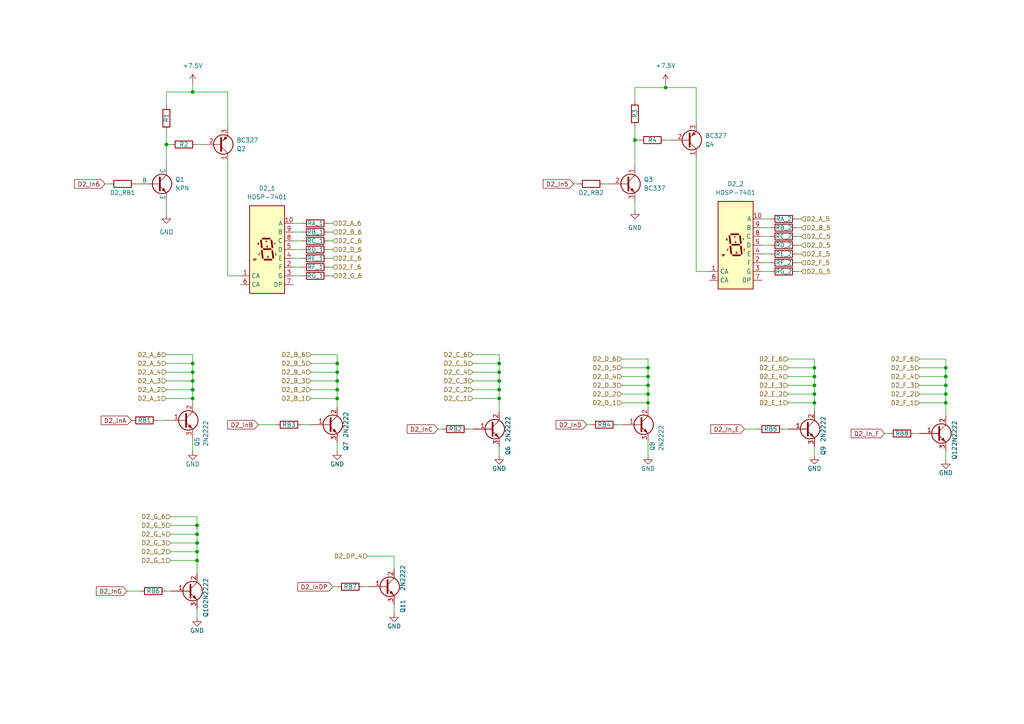
<source format=kicad_sch>
(kicad_sch (version 20230121) (generator eeschema)
  (paper "A4")
  (lib_symbols
    (symbol "Device:Q_NPN_BCE" (pin_names (offset 0) hide)
      (property "Reference" "Q" (at 5.08 1.27 0))
      (property "Value" "Q_NPN_BCE" (at 5.08 -1.27 0))
      (symbol "Q_NPN_BCE_0_1"
        (polyline (pts (xy 0.635 0.635) (xy 2.54 2.54)))
        (polyline (pts (xy 0.635 -0.635) (xy 2.54 -2.54) (xy 2.54 -2.54)))
        (polyline (pts (xy 0.635 1.905) (xy 0.635 -1.905) (xy 0.635 -1.905)) (stroke (width 0.508)))
        (polyline (pts (xy 1.27 -1.778) (xy 1.778 -1.27) (xy 2.286 -2.286) (xy 1.27 -1.778) (xy 1.27 -1.778)) (fill (type outline)))
        (circle (center 1.27 0) (radius 2.8194) (stroke (width 0.254)))
      )
      (symbol "Q_NPN_BCE_1_1"
        (pin input line (at -5.08 0 0) (length 5.715) (name "B") (number "1"))
        (pin passive line (at 2.54 5.08 270) (length 2.54) (name "C") (number "2"))
        (pin passive line (at 2.54 -5.08 90) (length 2.54) (name "E") (number "3"))
      )
    )
    (symbol "Device:R" (pin_numbers hide) (pin_names (offset 0))
      (property "Reference" "R" (at 2.032 0 90))
      (property "Value" "R" (at 0 0 90))
      (symbol "R_0_1"
        (rectangle (start -1.016 -2.54) (end 1.016 2.54) (stroke (width 0.254)))
      )
      (symbol "R_1_1"
        (pin passive line (at 0 3.81 270) (length 1.27) (name "~") (number "1"))
        (pin passive line (at 0 -3.81 90) (length 1.27) (name "~") (number "2"))
      )
    )
    (symbol "Display_Character:HDSP-7401"
      (property "Reference" "U" (at -3.81 13.97 0))
      (property "Value" "HDSP-7401" (at 6.35 13.97 0))
      (symbol "HDSP-7401_1_0"
        (text "A" (at 0.254 2.413 0) (effects (font (size 0.508 0.508))))
        (text "B" (at 2.54 1.651 0) (effects (font (size 0.508 0.508))))
        (text "C" (at 2.286 -1.397 0) (effects (font (size 0.508 0.508))))
        (text "D" (at -0.254 -2.159 0) (effects (font (size 0.508 0.508))))
        (text "DP" (at 3.556 -2.921 0) (effects (font (size 0.508 0.508))))
        (text "E" (at -2.54 -1.397 0) (effects (font (size 0.508 0.508))))
        (text "F" (at -2.286 1.651 0) (effects (font (size 0.508 0.508))))
        (text "G" (at 0 0.889 0) (effects (font (size 0.508 0.508))))
      )
      (symbol "HDSP-7401_1_1"
        (rectangle (start -5.08 12.7) (end 5.08 -12.7) (stroke (width 0.254)) (fill (type background)))
        (polyline (pts (xy -1.524 -0.381) (xy -1.778 -2.413)) (stroke (width 0.508)))
        (polyline (pts (xy -1.27 -2.921) (xy 0.762 -2.921)) (stroke (width 0.508)))
        (polyline (pts (xy -1.27 2.667) (xy -1.524 0.635)) (stroke (width 0.508)))
        (polyline (pts (xy -1.016 0.127) (xy 1.016 0.127)) (stroke (width 0.508)))
        (polyline (pts (xy -0.762 3.175) (xy 1.27 3.175)) (stroke (width 0.508)))
        (polyline (pts (xy 1.524 -0.381) (xy 1.27 -2.413)) (stroke (width 0.508)))
        (polyline (pts (xy 1.778 2.667) (xy 1.524 0.635)) (stroke (width 0.508)))
        (polyline (pts (xy 2.54 -2.921) (xy 2.54 -2.921)) (stroke (width 0.508)))
        (pin input line (at 7.62 -7.62 180) (length 2.54) (name "CA") (number "1"))
        (pin input line (at -7.62 7.62 0) (length 2.54) (name "A") (number "10"))
        (pin input line (at -7.62 -5.08 0) (length 2.54) (name "F") (number "2"))
        (pin input line (at -7.62 -7.62 0) (length 2.54) (name "G") (number "3"))
        (pin input line (at -7.62 -2.54 0) (length 2.54) (name "E") (number "4"))
        (pin input line (at -7.62 0 0) (length 2.54) (name "D") (number "5"))
        (pin input line (at 7.62 -10.16 180) (length 2.54) (name "CA") (number "6"))
        (pin input line (at -7.62 -10.16 0) (length 2.54) (name "DP") (number "7"))
        (pin input line (at -7.62 2.54 0) (length 2.54) (name "C") (number "8"))
        (pin input line (at -7.62 5.08 0) (length 2.54) (name "B") (number "9"))
      )
    )
    (symbol "GND_1" (power) (pin_names (offset 0))
      (property "Value" "GND_1" (at 0 -3.81 0))
      (symbol "GND_1_0_1"
        (polyline (pts (xy 0 0) (xy 0 -1.27) (xy 1.27 -1.27) (xy 0 -2.54) (xy -1.27 -1.27) (xy 0 -1.27)))
      )
      (symbol "GND_1_1_1"
        (pin power_in line (at 0 0 270) (length 0) hide (name "GND") (number "1"))
      )
    )
    (symbol "GND_2" (power) (pin_names (offset 0))
      (property "Value" "GND_2" (at 0 -3.81 0))
      (symbol "GND_2_0_1"
        (polyline (pts (xy 0 0) (xy 0 -1.27) (xy 1.27 -1.27) (xy 0 -2.54) (xy -1.27 -1.27) (xy 0 -1.27)))
      )
      (symbol "GND_2_1_1"
        (pin power_in line (at 0 0 270) (length 0) hide (name "GND") (number "1"))
      )
    )
    (symbol "Simulation_SPICE:NPN" (pin_numbers hide) (pin_names (offset 0))
      (property "Reference" "Q" (at -2.54 7.62 0))
      (property "Value" "NPN" (at -2.54 5.08 0))
      (symbol "NPN_0_1"
        (polyline (pts (xy -2.54 0) (xy 0.635 0)) (stroke (width 0.1524)))
        (polyline (pts (xy 0.635 0.635) (xy 2.54 2.54)))
        (polyline (pts (xy 2.794 -1.27) (xy 2.794 -1.27)) (stroke (width 0.1524)))
        (polyline (pts (xy 2.794 -1.27) (xy 2.794 -1.27)) (stroke (width 0.1524)))
        (polyline (pts (xy 0.635 -0.635) (xy 2.54 -2.54) (xy 2.54 -2.54)))
        (polyline (pts (xy 0.635 1.905) (xy 0.635 -1.905) (xy 0.635 -1.905)) (stroke (width 0.508)))
        (polyline (pts (xy 1.27 -1.778) (xy 1.778 -1.27) (xy 2.286 -2.286) (xy 1.27 -1.778) (xy 1.27 -1.778)) (fill (type outline)))
        (circle (center 1.27 0) (radius 2.8194) (stroke (width 0.254)))
      )
      (symbol "NPN_1_1"
        (pin open_collector line (at 2.54 5.08 270) (length 2.54) (name "C") (number "1"))
        (pin input line (at -5.08 0 0) (length 2.54) (name "B") (number "2"))
        (pin open_emitter line (at 2.54 -5.08 90) (length 2.54) (name "E") (number "3"))
      )
    )
    (symbol "Transistor_BJT:BC327" (pin_names (offset 0) hide)
      (property "Reference" "Q" (at 5.08 1.905 0))
      (property "Value" "BC327" (at 5.08 0 0))
      (symbol "BC327_0_1"
        (polyline (pts (xy 0.635 0.635) (xy 2.54 2.54)))
        (polyline (pts (xy 0.635 -0.635) (xy 2.54 -2.54) (xy 2.54 -2.54)))
        (polyline (pts (xy 0.635 1.905) (xy 0.635 -1.905) (xy 0.635 -1.905)) (stroke (width 0.508)))
        (polyline (pts (xy 2.286 -1.778) (xy 1.778 -2.286) (xy 1.27 -1.27) (xy 2.286 -1.778) (xy 2.286 -1.778)) (fill (type outline)))
        (circle (center 1.27 0) (radius 2.8194) (stroke (width 0.254)))
      )
      (symbol "BC327_1_1"
        (pin passive line (at 2.54 5.08 270) (length 2.54) (name "C") (number "1"))
        (pin input line (at -5.08 0 0) (length 5.715) (name "B") (number "2"))
        (pin passive line (at 2.54 -5.08 90) (length 2.54) (name "E") (number "3"))
      )
    )
    (symbol "Transistor_BJT:BC337" (pin_names (offset 0) hide)
      (property "Reference" "Q" (at 5.08 1.905 0))
      (property "Value" "BC337" (at 5.08 0 0))
      (symbol "BC337_0_1"
        (polyline (pts (xy 0 0) (xy 0.635 0)))
        (polyline (pts (xy 0.635 0.635) (xy 2.54 2.54)))
        (polyline (pts (xy 0.635 -0.635) (xy 2.54 -2.54) (xy 2.54 -2.54)))
        (polyline (pts (xy 0.635 1.905) (xy 0.635 -1.905) (xy 0.635 -1.905)) (stroke (width 0.508)))
        (polyline (pts (xy 1.27 -1.778) (xy 1.778 -1.27) (xy 2.286 -2.286) (xy 1.27 -1.778) (xy 1.27 -1.778)) (fill (type outline)))
        (circle (center 1.27 0) (radius 2.8194) (stroke (width 0.254)))
      )
      (symbol "BC337_1_1"
        (pin passive line (at 2.54 5.08 270) (length 2.54) (name "C") (number "1"))
        (pin input line (at -5.08 0 0) (length 5.08) (name "B") (number "2"))
        (pin passive line (at 2.54 -5.08 90) (length 2.54) (name "E") (number "3"))
      )
    )
    (symbol "power:+7.5V" (power) (pin_names (offset 0))
      (property "Value" "+7.5V" (at 0 3.556 0))
      (symbol "+7.5V_0_1"
        (polyline (pts (xy -0.762 1.27) (xy 0 2.54)))
        (polyline (pts (xy 0 0) (xy 0 2.54)))
        (polyline (pts (xy 0 2.54) (xy 0.762 1.27)))
      )
      (symbol "+7.5V_1_1"
        (pin power_in line (at 0 0 90) (length 0) hide (name "+7.5V") (number "1"))
      )
    )
    (symbol "power:GND" (power) (pin_names (offset 0))
      (property "Value" "GND" (at 0 -3.81 0))
      (symbol "GND_0_1"
        (polyline (pts (xy 0 0) (xy 0 -1.27) (xy 1.27 -1.27) (xy 0 -2.54) (xy -1.27 -1.27) (xy 0 -1.27)))
      )
      (symbol "GND_1_1"
        (pin power_in line (at 0 0 270) (length 0) hide (name "GND") (number "1"))
      )
    )
  )
  (junction (at 193.04 25.4))
  (junction (at 57.15 152.4))
  (junction (at 144.78 115.57))
  (junction (at 274.32 106.68))
  (junction (at 274.32 109.22))
  (junction (at 236.22 109.22))
  (junction (at 236.22 116.84))
  (junction (at 144.78 110.49))
  (junction (at 55.88 113.03))
  (junction (at 274.32 114.3))
  (junction (at 187.96 109.22))
  (junction (at 57.15 162.56))
  (junction (at 97.79 107.95))
  (junction (at 97.79 113.03))
  (junction (at 97.79 110.49))
  (junction (at 57.15 157.48))
  (junction (at 236.22 114.3))
  (junction (at 55.88 107.95))
  (junction (at 236.22 106.68))
  (junction (at 57.15 154.94))
  (junction (at 144.78 113.03))
  (junction (at 144.78 105.41))
  (junction (at 187.96 106.68))
  (junction (at 97.79 115.57))
  (junction (at 187.96 116.84))
  (junction (at 48.26 41.91))
  (junction (at 55.88 105.41))
  (junction (at 274.32 116.84))
  (junction (at 187.96 114.3))
  (junction (at 97.79 105.41))
  (junction (at 184.15 40.64))
  (junction (at 187.96 111.76))
  (junction (at 274.32 111.76))
  (junction (at 55.88 26.67))
  (junction (at 55.88 110.49))
  (junction (at 55.88 115.57))
  (junction (at 57.15 160.02))
  (junction (at 144.78 107.95))
  (junction (at 236.22 111.76))
  (wire (pts (xy 144.78 105.41) (xy 144.78 107.95)))
  (wire (pts (xy 144.78 110.49) (xy 144.78 113.03)))
  (wire (pts (xy 184.15 58.42) (xy 184.15 60.96)))
  (wire (pts (xy 48.26 171.45) (xy 49.53 171.45)))
  (wire (pts (xy 266.7 116.84) (xy 274.32 116.84)))
  (wire (pts (xy 97.79 115.57) (xy 97.79 118.11)))
  (wire (pts (xy 95.25 64.77) (xy 96.52 64.77)))
  (wire (pts (xy 201.93 45.72) (xy 201.93 78.74)))
  (wire (pts (xy 228.6 109.22) (xy 236.22 109.22)))
  (wire (pts (xy 184.15 29.21) (xy 184.15 25.4)))
  (wire (pts (xy 85.09 74.93) (xy 87.63 74.93)))
  (wire (pts (xy 57.15 41.91) (xy 58.42 41.91)))
  (wire (pts (xy 97.79 113.03) (xy 97.79 115.57)))
  (wire (pts (xy 187.96 109.22) (xy 187.96 111.76)))
  (wire (pts (xy 95.25 80.01) (xy 96.52 80.01)))
  (wire (pts (xy 85.09 64.77) (xy 87.63 64.77)))
  (wire (pts (xy 175.26 53.34) (xy 176.53 53.34)))
  (wire (pts (xy 187.96 111.76) (xy 187.96 114.3)))
  (wire (pts (xy 236.22 111.76) (xy 236.22 114.3)))
  (wire (pts (xy 180.34 116.84) (xy 187.96 116.84)))
  (wire (pts (xy 144.78 115.57) (xy 144.78 119.38)))
  (wire (pts (xy 55.88 26.67) (xy 55.88 24.13)))
  (wire (pts (xy 90.17 107.95) (xy 97.79 107.95)))
  (wire (pts (xy 48.26 30.48) (xy 48.26 26.67)))
  (wire (pts (xy 228.6 111.76) (xy 236.22 111.76)))
  (wire (pts (xy 187.96 114.3) (xy 187.96 116.84)))
  (wire (pts (xy 228.6 116.84) (xy 236.22 116.84)))
  (wire (pts (xy 274.32 106.68) (xy 274.32 109.22)))
  (wire (pts (xy 170.18 123.19) (xy 171.45 123.19)))
  (wire (pts (xy 144.78 113.03) (xy 144.78 115.57)))
  (wire (pts (xy 236.22 116.84) (xy 236.22 119.38)))
  (wire (pts (xy 236.22 129.54) (xy 236.22 132.08)))
  (wire (pts (xy 180.34 109.22) (xy 187.96 109.22)))
  (wire (pts (xy 48.26 115.57) (xy 55.88 115.57)))
  (wire (pts (xy 66.04 80.01) (xy 69.85 80.01)))
  (wire (pts (xy 231.14 63.5) (xy 232.41 63.5)))
  (wire (pts (xy 127 124.46) (xy 128.27 124.46)))
  (wire (pts (xy 266.7 111.76) (xy 274.32 111.76)))
  (wire (pts (xy 114.3 161.29) (xy 106.68 161.29)))
  (wire (pts (xy 90.17 113.03) (xy 97.79 113.03)))
  (wire (pts (xy 55.88 105.41) (xy 55.88 107.95)))
  (wire (pts (xy 231.14 68.58) (xy 232.41 68.58)))
  (wire (pts (xy 97.79 107.95) (xy 97.79 110.49)))
  (wire (pts (xy 137.16 115.57) (xy 144.78 115.57)))
  (wire (pts (xy 48.26 113.03) (xy 55.88 113.03)))
  (wire (pts (xy 137.16 107.95) (xy 144.78 107.95)))
  (wire (pts (xy 57.15 152.4) (xy 57.15 149.86)))
  (wire (pts (xy 97.79 128.27) (xy 97.79 130.81)))
  (wire (pts (xy 31.75 53.34) (xy 30.48 53.34)))
  (wire (pts (xy 49.53 157.48) (xy 57.15 157.48)))
  (wire (pts (xy 114.3 175.26) (xy 114.3 177.8)))
  (wire (pts (xy 266.7 109.22) (xy 274.32 109.22)))
  (wire (pts (xy 220.98 68.58) (xy 223.52 68.58)))
  (wire (pts (xy 179.07 123.19) (xy 180.34 123.19)))
  (wire (pts (xy 137.16 113.03) (xy 144.78 113.03)))
  (wire (pts (xy 231.14 78.74) (xy 232.41 78.74)))
  (wire (pts (xy 55.88 110.49) (xy 55.88 113.03)))
  (wire (pts (xy 48.26 58.42) (xy 48.26 62.23)))
  (wire (pts (xy 274.32 104.14) (xy 266.7 104.14)))
  (wire (pts (xy 231.14 76.2) (xy 232.41 76.2)))
  (wire (pts (xy 49.53 41.91) (xy 48.26 41.91)))
  (wire (pts (xy 231.14 73.66) (xy 232.41 73.66)))
  (wire (pts (xy 184.15 25.4) (xy 193.04 25.4)))
  (wire (pts (xy 48.26 41.91) (xy 48.26 48.26)))
  (wire (pts (xy 215.9 124.46) (xy 219.71 124.46)))
  (wire (pts (xy 187.96 128.27) (xy 187.96 132.08)))
  (wire (pts (xy 49.53 152.4) (xy 57.15 152.4)))
  (wire (pts (xy 228.6 106.68) (xy 236.22 106.68)))
  (wire (pts (xy 274.32 109.22) (xy 274.32 111.76)))
  (wire (pts (xy 256.54 125.73) (xy 257.81 125.73)))
  (wire (pts (xy 193.04 40.64) (xy 194.31 40.64)))
  (wire (pts (xy 36.83 171.45) (xy 40.64 171.45)))
  (wire (pts (xy 187.96 106.68) (xy 187.96 104.14)))
  (wire (pts (xy 48.26 105.41) (xy 55.88 105.41)))
  (wire (pts (xy 236.22 114.3) (xy 236.22 116.84)))
  (wire (pts (xy 220.98 76.2) (xy 223.52 76.2)))
  (wire (pts (xy 55.88 115.57) (xy 55.88 116.84)))
  (wire (pts (xy 57.15 154.94) (xy 57.15 157.48)))
  (wire (pts (xy 274.32 114.3) (xy 274.32 116.84)))
  (wire (pts (xy 95.25 72.39) (xy 96.52 72.39)))
  (wire (pts (xy 105.41 170.18) (xy 106.68 170.18)))
  (wire (pts (xy 180.34 106.68) (xy 187.96 106.68)))
  (wire (pts (xy 97.79 110.49) (xy 97.79 113.03)))
  (wire (pts (xy 144.78 105.41) (xy 144.78 102.87)))
  (wire (pts (xy 231.14 71.12) (xy 232.41 71.12)))
  (wire (pts (xy 40.64 53.34) (xy 39.37 53.34)))
  (wire (pts (xy 57.15 162.56) (xy 57.15 166.37)))
  (wire (pts (xy 45.72 121.92) (xy 48.26 121.92)))
  (wire (pts (xy 220.98 63.5) (xy 223.52 63.5)))
  (wire (pts (xy 236.22 104.14) (xy 228.6 104.14)))
  (wire (pts (xy 97.79 102.87) (xy 90.17 102.87)))
  (wire (pts (xy 90.17 105.41) (xy 97.79 105.41)))
  (wire (pts (xy 96.52 170.18) (xy 97.79 170.18)))
  (wire (pts (xy 55.88 102.87) (xy 48.26 102.87)))
  (wire (pts (xy 57.15 160.02) (xy 57.15 162.56)))
  (wire (pts (xy 231.14 66.04) (xy 232.41 66.04)))
  (wire (pts (xy 236.22 109.22) (xy 236.22 111.76)))
  (wire (pts (xy 228.6 114.3) (xy 236.22 114.3)))
  (wire (pts (xy 95.25 74.93) (xy 96.52 74.93)))
  (wire (pts (xy 66.04 36.83) (xy 66.04 26.67)))
  (wire (pts (xy 90.17 110.49) (xy 97.79 110.49)))
  (wire (pts (xy 266.7 114.3) (xy 274.32 114.3)))
  (wire (pts (xy 66.04 46.99) (xy 66.04 80.01)))
  (wire (pts (xy 187.96 106.68) (xy 187.96 109.22)))
  (wire (pts (xy 274.32 111.76) (xy 274.32 114.3)))
  (wire (pts (xy 274.32 106.68) (xy 274.32 104.14)))
  (wire (pts (xy 49.53 154.94) (xy 57.15 154.94)))
  (wire (pts (xy 144.78 102.87) (xy 137.16 102.87)))
  (wire (pts (xy 85.09 69.85) (xy 87.63 69.85)))
  (wire (pts (xy 95.25 67.31) (xy 96.52 67.31)))
  (wire (pts (xy 187.96 118.11) (xy 187.96 116.84)))
  (wire (pts (xy 236.22 106.68) (xy 236.22 104.14)))
  (wire (pts (xy 135.89 124.46) (xy 137.16 124.46)))
  (wire (pts (xy 184.15 40.64) (xy 184.15 36.83)))
  (wire (pts (xy 90.17 115.57) (xy 97.79 115.57)))
  (wire (pts (xy 95.25 69.85) (xy 96.52 69.85)))
  (wire (pts (xy 220.98 78.74) (xy 223.52 78.74)))
  (wire (pts (xy 85.09 80.01) (xy 87.63 80.01)))
  (wire (pts (xy 57.15 149.86) (xy 49.53 149.86)))
  (wire (pts (xy 48.26 41.91) (xy 48.26 38.1)))
  (wire (pts (xy 85.09 67.31) (xy 87.63 67.31)))
  (wire (pts (xy 49.53 162.56) (xy 57.15 162.56)))
  (wire (pts (xy 55.88 107.95) (xy 55.88 110.49)))
  (wire (pts (xy 166.37 53.34) (xy 167.64 53.34)))
  (wire (pts (xy 114.3 161.29) (xy 114.3 165.1)))
  (wire (pts (xy 201.93 78.74) (xy 205.74 78.74)))
  (wire (pts (xy 55.88 113.03) (xy 55.88 115.57)))
  (wire (pts (xy 236.22 106.68) (xy 236.22 109.22)))
  (wire (pts (xy 137.16 105.41) (xy 144.78 105.41)))
  (wire (pts (xy 97.79 105.41) (xy 97.79 107.95)))
  (wire (pts (xy 57.15 152.4) (xy 57.15 154.94)))
  (wire (pts (xy 180.34 111.76) (xy 187.96 111.76)))
  (wire (pts (xy 48.26 26.67) (xy 55.88 26.67)))
  (wire (pts (xy 85.09 77.47) (xy 87.63 77.47)))
  (wire (pts (xy 274.32 130.81) (xy 274.32 133.35)))
  (wire (pts (xy 187.96 104.14) (xy 180.34 104.14)))
  (wire (pts (xy 57.15 157.48) (xy 57.15 160.02)))
  (wire (pts (xy 85.09 72.39) (xy 87.63 72.39)))
  (wire (pts (xy 49.53 160.02) (xy 57.15 160.02)))
  (wire (pts (xy 57.15 176.53) (xy 57.15 179.07)))
  (wire (pts (xy 193.04 25.4) (xy 201.93 25.4)))
  (wire (pts (xy 220.98 71.12) (xy 223.52 71.12)))
  (wire (pts (xy 144.78 129.54) (xy 144.78 132.08)))
  (wire (pts (xy 144.78 107.95) (xy 144.78 110.49)))
  (wire (pts (xy 87.63 123.19) (xy 90.17 123.19)))
  (wire (pts (xy 48.26 110.49) (xy 55.88 110.49)))
  (wire (pts (xy 97.79 105.41) (xy 97.79 102.87)))
  (wire (pts (xy 184.15 40.64) (xy 184.15 48.26)))
  (wire (pts (xy 55.88 127) (xy 55.88 130.81)))
  (wire (pts (xy 185.42 40.64) (xy 184.15 40.64)))
  (wire (pts (xy 227.33 124.46) (xy 228.6 124.46)))
  (wire (pts (xy 266.7 106.68) (xy 274.32 106.68)))
  (wire (pts (xy 220.98 66.04) (xy 223.52 66.04)))
  (wire (pts (xy 48.26 107.95) (xy 55.88 107.95)))
  (wire (pts (xy 274.32 116.84) (xy 274.32 120.65)))
  (wire (pts (xy 55.88 105.41) (xy 55.88 102.87)))
  (wire (pts (xy 137.16 110.49) (xy 144.78 110.49)))
  (wire (pts (xy 55.88 26.67) (xy 66.04 26.67)))
  (wire (pts (xy 95.25 77.47) (xy 96.52 77.47)))
  (wire (pts (xy 220.98 73.66) (xy 223.52 73.66)))
  (wire (pts (xy 265.43 125.73) (xy 266.7 125.73)))
  (wire (pts (xy 201.93 25.4) (xy 201.93 35.56)))
  (wire (pts (xy 74.93 123.19) (xy 80.01 123.19)))
  (wire (pts (xy 180.34 114.3) (xy 187.96 114.3)))
  (wire (pts (xy 193.04 25.4) (xy 193.04 24.13)))
  (global_label "D2_InG" (shape input) (at 36.83 171.45 180) (property "Intersheetrefs" "${INTERSHEET_REFS}" (effects hide)))
  (global_label "D2_In_F" (shape input) (at 256.54 125.73 180) (property "Intersheetrefs" "${INTERSHEET_REFS}" (effects hide)))
  (global_label "D2_In6" (shape input) (at 30.48 53.34 180) (property "Intersheetrefs" "${INTERSHEET_REFS}" (effects hide)))
  (global_label "D2_InDP" (shape input) (at 96.52 170.18 180) (property "Intersheetrefs" "${INTERSHEET_REFS}" (effects hide)))
  (global_label "D2_InB" (shape input) (at 74.93 123.19 180) (property "Intersheetrefs" "${INTERSHEET_REFS}" (effects hide)))
  (global_label "D2_In_E" (shape input) (at 215.9 124.46 180) (property "Intersheetrefs" "${INTERSHEET_REFS}" (effects hide)))
  (global_label "D2_lnA" (shape input) (at 38.1 121.92 180) (property "Intersheetrefs" "${INTERSHEET_REFS}" (effects hide)))
  (global_label "D2_InC" (shape input) (at 127 124.46 180) (property "Intersheetrefs" "${INTERSHEET_REFS}" (effects hide)))
  (global_label "D2_InD" (shape input) (at 170.18 123.19 180) (property "Intersheetrefs" "${INTERSHEET_REFS}" (effects hide)))
  (global_label "D2_In5" (shape input) (at 166.37 53.34 180) (property "Intersheetrefs" "${INTERSHEET_REFS}" (effects hide)))
  (hierarchical_label "D2_B_6" (shape input) (at 90.17 102.87 180))
  (hierarchical_label "D2_G_1" (shape input) (at 49.53 162.56 180))
  (hierarchical_label "D2_F_4" (shape input) (at 266.7 109.22 180))
  (hierarchical_label "D2_A_5" (shape input) (at 232.41 63.5 0))
  (hierarchical_label "D2_E_6" (shape input) (at 228.6 104.14 180))
  (hierarchical_label "D2_B_2" (shape input) (at 90.17 113.03 180))
  (hierarchical_label "D2_B_1" (shape input) (at 90.17 115.57 180))
  (hierarchical_label "D2_D_3" (shape input) (at 180.34 111.76 180))
  (hierarchical_label "D2_D_6" (shape input) (at 96.52 72.39 0))
  (hierarchical_label "D2_DP_4" (shape input) (at 106.68 161.29 180))
  (hierarchical_label "D2_C_6" (shape input) (at 137.16 102.87 180))
  (hierarchical_label "D2_C_5" (shape input) (at 137.16 105.41 180))
  (hierarchical_label "D2_G_2" (shape input) (at 49.53 160.02 180))
  (hierarchical_label "D2_B_6" (shape input) (at 96.52 67.31 0))
  (hierarchical_label "D2_F_6" (shape input) (at 266.7 104.14 180))
  (hierarchical_label "D2_E_5" (shape input) (at 232.41 73.66 0))
  (hierarchical_label "D2_G_6" (shape input) (at 49.53 149.86 180))
  (hierarchical_label "D2_G_3" (shape input) (at 49.53 157.48 180))
  (hierarchical_label "D2_D_5" (shape input) (at 232.41 71.12 0))
  (hierarchical_label "D2_B_4" (shape input) (at 90.17 107.95 180))
  (hierarchical_label "D2_D_1" (shape input) (at 180.34 116.84 180))
  (hierarchical_label "D2_E_2" (shape input) (at 228.6 114.3 180))
  (hierarchical_label "D2_C_5" (shape input) (at 232.41 68.58 0))
  (hierarchical_label "D2_E_6" (shape input) (at 96.52 74.93 0))
  (hierarchical_label "D2_A_2" (shape input) (at 48.26 113.03 180))
  (hierarchical_label "D2_A_1" (shape input) (at 48.26 115.57 180))
  (hierarchical_label "D2_E_5" (shape input) (at 228.6 106.68 180))
  (hierarchical_label "D2_B_5" (shape input) (at 90.17 105.41 180))
  (hierarchical_label "D2_F_6" (shape input) (at 96.52 77.47 0))
  (hierarchical_label "D2_C_2" (shape input) (at 137.16 113.03 180))
  (hierarchical_label "D2_G_5" (shape input) (at 49.53 152.4 180))
  (hierarchical_label "D2_B_3" (shape input) (at 90.17 110.49 180))
  (hierarchical_label "D2_D_5" (shape input) (at 180.34 106.68 180))
  (hierarchical_label "D2_D_4" (shape input) (at 180.34 109.22 180))
  (hierarchical_label "D2_G_6" (shape input) (at 96.52 80.01 0))
  (hierarchical_label "D2_E_1" (shape input) (at 228.6 116.84 180))
  (hierarchical_label "D2_D_6" (shape input) (at 180.34 104.14 180))
  (hierarchical_label "D2_F_1" (shape input) (at 266.7 116.84 180))
  (hierarchical_label "D2_A_5" (shape input) (at 48.26 105.41 180))
  (hierarchical_label "D2_A_4" (shape input) (at 48.26 107.95 180))
  (hierarchical_label "D2_A_6" (shape input) (at 48.26 102.87 180))
  (hierarchical_label "D2_F_3" (shape input) (at 266.7 111.76 180))
  (hierarchical_label "D2_E_4" (shape input) (at 228.6 109.22 180))
  (hierarchical_label "D2_C_6" (shape input) (at 96.52 69.85 0))
  (hierarchical_label "D2_A_6" (shape input) (at 96.52 64.77 0))
  (hierarchical_label "D2_F_2" (shape input) (at 266.7 114.3 180))
  (hierarchical_label "D2_D_2" (shape input) (at 180.34 114.3 180))
  (hierarchical_label "D2_C_4" (shape input) (at 137.16 107.95 180))
  (hierarchical_label "D2_C_3" (shape input) (at 137.16 110.49 180))
  (hierarchical_label "D2_F_5" (shape input) (at 266.7 106.68 180))
  (hierarchical_label "D2_B_5" (shape input) (at 232.41 66.04 0))
  (hierarchical_label "D2_F_5" (shape input) (at 232.41 76.2 0))
  (hierarchical_label "D2_C_1" (shape input) (at 137.16 115.57 180))
  (hierarchical_label "D2_G_5" (shape input) (at 232.41 78.74 0))
  (hierarchical_label "D2_G_4" (shape input) (at 49.53 154.94 180))
  (hierarchical_label "D2_E_3" (shape input) (at 228.6 111.76 180))
  (hierarchical_label "D2_A_3" (shape input) (at 48.26 110.49 180))
  (symbol (lib_id "Device:Q_NPN_BCE") (at 185.42 123.19 0) (unit 1)
    (property "Reference" "Q8" (at 189.2301 130.81 90) (effects (justify left)))
    (property "Value" "2N2222" (at 191.77 130.81 90) (effects (justify left)))
  )
  (symbol (lib_id "power:+7.5V") (at 193.04 24.13 0) (unit 1)
    (property "Reference" "#PWR04" (effects hide))
    (property "Value" "+7.5V" (at 193.04 19.05 0))
  )
  (symbol (lib_id "Device:R") (at 91.44 80.01 270) (unit 1)
    (property "Reference" "RG_1" (at 91.44 80.01 90))
    (property "Value" "R" (effects hide))
  )
  (symbol (lib_id "Transistor_BJT:BC327") (at 63.5 41.91 0) (mirror x) (unit 1)
    (property "Reference" "Q2" (at 68.58 43.18 0) (effects (justify left)))
    (property "Value" "BC327" (at 68.58 40.64 0) (effects (justify left)))
    (property "Footprint" "Package_TO_SOT_THT:TO-92_Inline" (effects hide))
    (property "Datasheet" "http://www.onsemi.com/pub_link/Collateral/BC327-D.PDF" (effects hide))
  )
  (symbol (lib_id "Device:R") (at 227.33 66.04 270) (unit 1)
    (property "Reference" "RB_2" (at 227.33 66.04 90))
    (property "Value" "R" (effects hide))
  )
  (symbol (lib_id "power:GND") (at 144.78 132.08 0) (unit 1)
    (property "Reference" "#PWR06" (effects hide))
    (property "Value" "GND" (at 144.78 135.89 0))
  )
  (symbol (lib_id "Display_Character:HDSP-7401") (at 213.36 71.12 0) (mirror y) (unit 1)
    (property "Reference" "D2_2" (at 213.36 53.34 0))
    (property "Value" "HDSP-7401" (at 213.36 55.88 0))
    (property "Footprint" "Display_7Segment:HDSP-7401" (effects hide))
    (property "Datasheet" "https://docs.broadcom.com/docs/AV02-2553EN" (effects hide))
  )
  (symbol (lib_id "Device:R") (at 261.62 125.73 270) (unit 1)
    (property "Reference" "RB8" (at 261.62 125.73 90))
    (property "Value" "R" (effects hide))
  )
  (symbol (lib_id "Device:R") (at 132.08 124.46 270) (unit 1)
    (property "Reference" "RB2" (at 132.08 124.46 90))
    (property "Value" "R" (effects hide))
  )
  (symbol (lib_id "Device:R") (at 223.52 124.46 270) (unit 1)
    (property "Reference" "RB5" (at 223.52 124.46 90))
    (property "Value" "R" (effects hide))
  )
  (symbol (lib_id "Device:R") (at 41.91 121.92 270) (unit 1)
    (property "Reference" "RB1" (at 41.91 121.92 90))
    (property "Value" "R" (effects hide))
  )
  (symbol (lib_id "power:GND") (at 55.88 130.81 0) (unit 1)
    (property "Reference" "#PWR05" (effects hide))
    (property "Value" "GND" (at 55.88 134.62 0))
  )
  (symbol (lib_id "Device:R") (at 101.6 170.18 270) (unit 1)
    (property "Reference" "RB7" (at 101.6 170.18 90))
    (property "Value" "R" (effects hide))
  )
  (symbol (lib_id "Device:R") (at 91.44 74.93 270) (unit 1)
    (property "Reference" "RE_1" (at 91.44 74.93 90))
    (property "Value" "R" (effects hide))
  )
  (symbol (lib_id "Device:R") (at 227.33 63.5 270) (unit 1)
    (property "Reference" "RA_2" (at 227.33 63.5 90))
    (property "Value" "R" (effects hide))
  )
  (symbol (lib_id "Device:Q_NPN_BCE") (at 233.68 124.46 0) (unit 1)
    (property "Reference" "Q9" (at 238.76 132.08 90) (effects (justify left)))
    (property "Value" "2N2222" (at 238.76 128.27 90) (effects (justify left)))
  )
  (symbol (lib_id "Device:R") (at 171.45 53.34 270) (unit 1)
    (property "Reference" "D2_RB2" (at 171.45 55.88 90))
    (property "Value" "R" (effects hide))
  )
  (symbol (lib_id "power:GND") (at 187.96 132.08 0) (unit 1)
    (property "Reference" "#PWR08" (effects hide))
    (property "Value" "GND" (at 187.96 135.89 0))
  )
  (symbol (lib_id "Device:R") (at 184.15 33.02 0) (unit 1)
    (property "Reference" "R3" (at 184.15 34.29 90) (effects (justify left)))
    (property "Value" "R" (effects hide))
  )
  (symbol (lib_id "power:GND") (at 114.3 177.8 0) (unit 1)
    (property "Reference" "#PWR011" (effects hide))
    (property "Value" "GND" (at 114.3 181.61 0))
  )
  (symbol (lib_name "GND_2") (lib_id "power:GND") (at 184.15 60.96 0) (unit 1)
    (property "Reference" "#PWR03" (effects hide))
    (property "Value" "GND" (at 184.15 66.04 0))
  )
  (symbol (lib_id "Device:Q_NPN_BCE") (at 95.25 123.19 0) (unit 1)
    (property "Reference" "Q7" (at 100.33 130.81 90) (effects (justify left)))
    (property "Value" "2N2222" (at 100.33 127 90) (effects (justify left)))
  )
  (symbol (lib_id "Device:R") (at 227.33 76.2 270) (unit 1)
    (property "Reference" "RF_2" (at 227.33 76.2 90))
    (property "Value" "R" (effects hide))
  )
  (symbol (lib_id "Device:R") (at 91.44 64.77 270) (unit 1)
    (property "Reference" "RA_1" (at 91.44 64.77 90))
    (property "Value" "R" (effects hide))
  )
  (symbol (lib_id "power:GND") (at 236.22 132.08 0) (unit 1)
    (property "Reference" "#PWR09" (effects hide))
    (property "Value" "GND" (at 236.22 135.89 0))
  )
  (symbol (lib_id "Simulation_SPICE:NPN") (at 45.72 53.34 0) (unit 1)
    (property "Reference" "Q1" (at 50.8 52.07 0) (effects (justify left)))
    (property "Value" "NPN" (at 50.8 54.61 0) (effects (justify left)))
    (property "Sim.Device" "NPN" (effects hide))
    (property "Sim.Type" "GUMMELPOON" (effects hide))
    (property "Sim.Pins" "1=C 2=B 3=E" (effects hide))
  )
  (symbol (lib_id "Device:R") (at 227.33 78.74 270) (unit 1)
    (property "Reference" "RG_2" (at 227.33 78.74 90))
    (property "Value" "R" (effects hide))
  )
  (symbol (lib_id "Device:Q_NPN_BCE") (at 54.61 171.45 0) (unit 1)
    (property "Reference" "Q10" (at 59.69 179.07 90) (effects (justify left)))
    (property "Value" "2N2222" (at 59.69 175.26 90) (effects (justify left)))
  )
  (symbol (lib_id "Device:R") (at 91.44 67.31 270) (unit 1)
    (property "Reference" "RB_1" (at 91.44 67.31 90))
    (property "Value" "R" (effects hide))
  )
  (symbol (lib_id "Display_Character:HDSP-7401") (at 77.47 72.39 0) (mirror y) (unit 1)
    (property "Reference" "D2_1" (at 77.47 54.61 0))
    (property "Value" "HDSP-7401" (at 77.47 57.15 0))
    (property "Footprint" "Display_7Segment:HDSP-7401" (effects hide))
    (property "Datasheet" "https://docs.broadcom.com/docs/AV02-2553EN" (effects hide))
  )
  (symbol (lib_id "Device:R") (at 189.23 40.64 270) (unit 1)
    (property "Reference" "R4" (at 189.23 40.64 90))
    (property "Value" "R" (effects hide))
  )
  (symbol (lib_id "power:+7.5V") (at 55.88 24.13 0) (unit 1)
    (property "Reference" "#PWR02" (effects hide))
    (property "Value" "+7.5V" (at 55.88 19.05 0))
  )
  (symbol (lib_id "Device:R") (at 91.44 77.47 270) (unit 1)
    (property "Reference" "RF_1" (at 91.44 77.47 90))
    (property "Value" "R" (effects hide))
  )
  (symbol (lib_id "Device:R") (at 91.44 72.39 270) (unit 1)
    (property "Reference" "RD_1" (at 91.44 72.39 90))
    (property "Value" "R" (effects hide))
  )
  (symbol (lib_id "Device:R") (at 83.82 123.19 270) (unit 1)
    (property "Reference" "RB3" (at 83.82 123.19 90))
    (property "Value" "R" (effects hide))
  )
  (symbol (lib_id "Transistor_BJT:BC337") (at 181.61 53.34 0) (unit 1)
    (property "Reference" "Q3" (at 186.69 52.07 0) (effects (justify left)))
    (property "Value" "BC337" (at 186.69 54.61 0) (effects (justify left)))
    (property "Footprint" "Package_TO_SOT_THT:TO-92_Inline" (effects hide))
    (property "Datasheet" "https://diotec.com/tl_files/diotec/files/pdf/datasheets/bc337.pdf" (effects hide))
  )
  (symbol (lib_id "Device:R") (at 227.33 73.66 270) (unit 1)
    (property "Reference" "RE_2" (at 227.33 73.66 90))
    (property "Value" "R" (effects hide))
  )
  (symbol (lib_id "Transistor_BJT:BC327") (at 199.39 40.64 0) (mirror x) (unit 1)
    (property "Reference" "Q4" (at 204.47 41.91 0) (effects (justify left)))
    (property "Value" "BC327" (at 204.47 39.37 0) (effects (justify left)))
    (property "Footprint" "Package_TO_SOT_THT:TO-92_Inline" (effects hide))
    (property "Datasheet" "http://www.onsemi.com/pub_link/Collateral/BC327-D.PDF" (effects hide))
  )
  (symbol (lib_id "Device:R") (at 227.33 71.12 270) (unit 1)
    (property "Reference" "RD_2" (at 227.33 71.12 90))
    (property "Value" "R" (effects hide))
  )
  (symbol (lib_id "Device:R") (at 48.26 34.29 180) (unit 1)
    (property "Reference" "R1" (at 48.26 35.56 90) (effects (justify right)))
    (property "Value" "R" (effects hide))
  )
  (symbol (lib_id "Device:R") (at 227.33 68.58 270) (unit 1)
    (property "Reference" "RC_2" (at 227.33 68.58 90))
    (property "Value" "R" (effects hide))
  )
  (symbol (lib_id "Device:Q_NPN_BCE") (at 53.34 121.92 0) (unit 1)
    (property "Reference" "Q5" (at 57.1501 129.54 90) (effects (justify left)))
    (property "Value" "2N2222" (at 59.69 129.54 90) (effects (justify left)))
  )
  (symbol (lib_name "GND_1") (lib_id "power:GND") (at 48.26 62.23 0) (unit 1)
    (property "Reference" "#PWR01" (effects hide))
    (property "Value" "GND" (at 48.26 67.31 0))
  )
  (symbol (lib_id "Device:R") (at 53.34 41.91 270) (unit 1)
    (property "Reference" "R2" (at 53.34 41.91 90))
    (property "Value" "R" (effects hide))
  )
  (symbol (lib_id "Device:R") (at 35.56 53.34 270) (unit 1)
    (property "Reference" "D2_RB1" (at 35.56 55.88 90))
    (property "Value" "R" (effects hide))
  )
  (symbol (lib_id "power:GND") (at 97.79 130.81 0) (unit 1)
    (property "Reference" "#PWR07" (effects hide))
    (property "Value" "GND" (at 97.79 134.62 0))
  )
  (symbol (lib_id "Device:Q_NPN_BCE") (at 271.78 125.73 0) (unit 1)
    (property "Reference" "Q12" (at 276.86 133.35 90) (effects (justify left)))
    (property "Value" "2N2222" (at 276.86 129.54 90) (effects (justify left)))
  )
  (symbol (lib_id "Device:R") (at 44.45 171.45 270) (unit 1)
    (property "Reference" "RB6" (at 44.45 171.45 90))
    (property "Value" "R" (effects hide))
  )
  (symbol (lib_id "power:GND") (at 274.32 133.35 0) (unit 1)
    (property "Reference" "#PWR012" (effects hide))
    (property "Value" "GND" (at 274.32 137.16 0))
  )
  (symbol (lib_id "power:GND") (at 57.15 179.07 0) (unit 1)
    (property "Reference" "#PWR010" (effects hide))
    (property "Value" "GND" (at 57.15 182.88 0))
  )
  (symbol (lib_id "Device:Q_NPN_BCE") (at 111.76 170.18 0) (unit 1)
    (property "Reference" "Q11" (at 116.84 177.8 90) (effects (justify left)))
    (property "Value" "2N2222" (at 116.84 171.45 90) (effects (justify left)))
  )
  (symbol (lib_id "Device:R") (at 175.26 123.19 270) (unit 1)
    (property "Reference" "RB4" (at 175.26 123.19 90))
    (property "Value" "R" (effects hide))
  )
  (symbol (lib_id "Device:R") (at 91.44 69.85 270) (unit 1)
    (property "Reference" "RC_1" (at 91.44 69.85 90))
    (property "Value" "R" (effects hide))
  )
  (symbol (lib_id "Device:Q_NPN_BCE") (at 142.24 124.46 0) (unit 1)
    (property "Reference" "Q6" (at 147.32 132.08 90) (effects (justify left)))
    (property "Value" "2N2222" (at 147.32 128.27 90) (effects (justify left)))
  )
)
</source>
